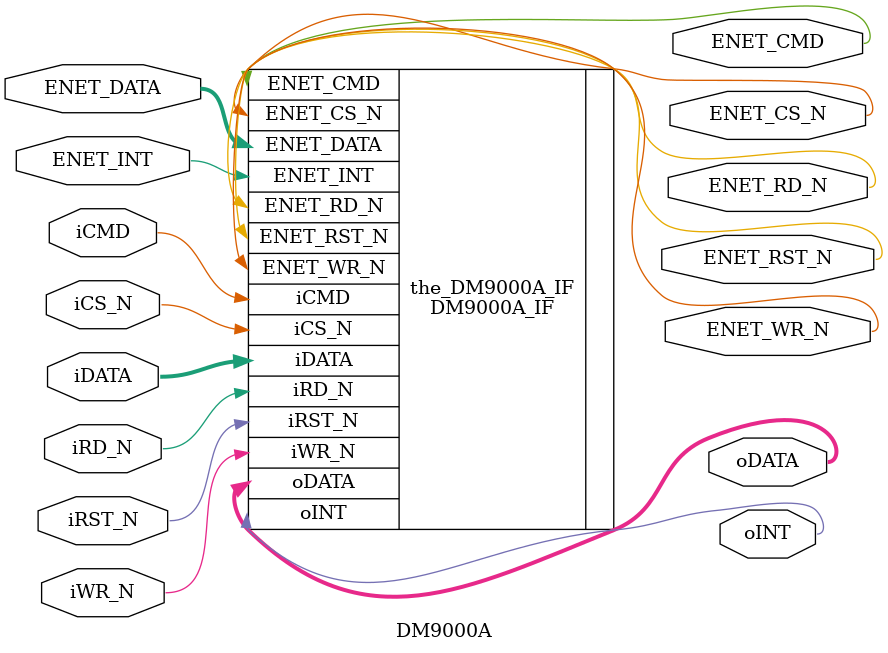
<source format=v>

`timescale 1ns / 100ps
// synthesis translate_on
module DM9000A (
                 // inputs:
                  ENET_INT,
                  iCMD,
                  iCS_N,
                  iDATA,
                  iRD_N,
                  iRST_N,
                  iWR_N,

                 // outputs:
                  ENET_CMD,
                  ENET_CS_N,
                  ENET_DATA,
                  ENET_RD_N,
                  ENET_RST_N,
                  ENET_WR_N,
                  oDATA,
                  oINT
               );

  output           ENET_CMD;
  output           ENET_CS_N;
  inout   [ 15: 0] ENET_DATA;
  output           ENET_RD_N;
  output           ENET_RST_N;
  output           ENET_WR_N;
  output  [ 15: 0] oDATA;
  output           oINT;
  input            ENET_INT;
  input            iCMD;
  input            iCS_N;
  input   [ 15: 0] iDATA;
  input            iRD_N;
  input            iRST_N;
  input            iWR_N;

  wire             ENET_CMD;
  wire             ENET_CS_N;
  wire    [ 15: 0] ENET_DATA;
  wire             ENET_RD_N;
  wire             ENET_RST_N;
  wire             ENET_WR_N;
  wire    [ 15: 0] oDATA;
  wire             oINT;
  DM9000A_IF the_DM9000A_IF
    (
      .ENET_CMD   (ENET_CMD),
      .ENET_CS_N  (ENET_CS_N),
      .ENET_DATA  (ENET_DATA),
      .ENET_INT   (ENET_INT),
      .ENET_RD_N  (ENET_RD_N),
      .ENET_RST_N (ENET_RST_N),
      .ENET_WR_N  (ENET_WR_N),
      .iCMD       (iCMD),
      .iCS_N      (iCS_N),
      .iDATA      (iDATA),
      .iRD_N      (iRD_N),
      .iRST_N     (iRST_N),
      .iWR_N      (iWR_N),
      .oDATA      (oDATA),
      .oINT       (oINT)
    );



endmodule


</source>
